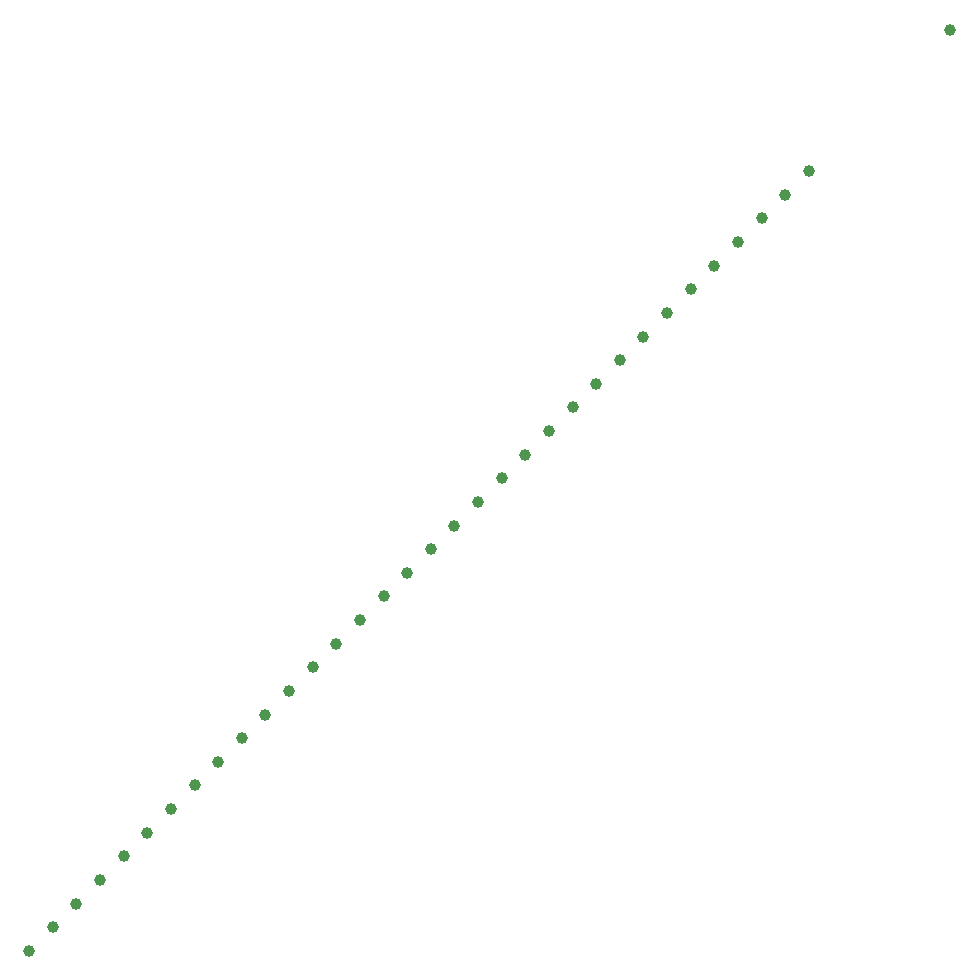
<source format=gbr>
G04 Examples for testing time performance of Gerber parsers*
%FSLAX26Y26*%
%MOMM*%
%ADD10C,1*%
%LPD*%
D10*
X0Y0D03*
X78000000Y78000000D03*
X2000000Y2000000D03*
X4000000Y4000000D03*
X6000000Y6000000D03*
X8000000Y8000000D03*
X10000000Y10000000D03*
X12000000Y12000000D03*
X14000000Y14000000D03*
X16000000Y16000000D03*
X18000000Y18000000D03*
X20000000Y20000000D03*
X22000000Y22000000D03*
X24000000Y24000000D03*
X26000000Y26000000D03*
X28000000Y28000000D03*
X30000000Y30000000D03*
X32000000Y32000000D03*
X34000000Y34000000D03*
X36000000Y36000000D03*
X38000000Y38000000D03*
X40000000Y40000000D03*
X42000000Y42000000D03*
X44000000Y44000000D03*
X46000000Y46000000D03*
X48000000Y48000000D03*
X50000000Y50000000D03*
X52000000Y52000000D03*
X54000000Y54000000D03*
X56000000Y56000000D03*
X58000000Y58000000D03*
X60000000Y60000000D03*
X62000000Y62000000D03*
X64000000Y64000000D03*
X66000000Y66000000D03*
M02*

</source>
